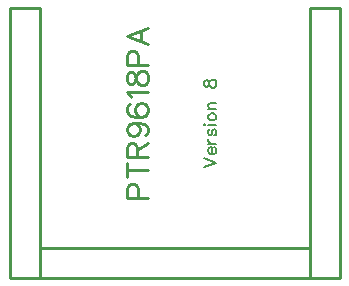
<source format=gbr>
G04 DipTrace 3.1.0.1*
G04 TopSilk.gbr*
%MOIN*%
G04 #@! TF.FileFunction,Legend,Top*
G04 #@! TF.Part,Single*
%ADD10C,0.009843*%
%ADD62C,0.010807*%
%ADD63C,0.006176*%
%FSLAX26Y26*%
G04*
G70*
G90*
G75*
G01*
G04 TopSilk*
%LPD*%
X1394882Y398819D2*
D10*
Y1298819D1*
X1494882Y398819D2*
X1394882D1*
X1494882D2*
Y1298819D1*
X1394882D1*
X494882D2*
Y398819D1*
X394882Y1298819D2*
X494882D1*
X394882D2*
Y398819D1*
X494882D1*
Y498819D2*
X1394882D1*
X494882Y398819D2*
Y498819D1*
Y398819D2*
X1394882D1*
Y498819D1*
X821822Y665367D2*
D62*
Y695544D1*
X818495Y705525D1*
X815091Y708930D1*
X808436Y712257D1*
X798377D1*
X791723Y708930D1*
X788318Y705525D1*
X784991Y695544D1*
Y665367D1*
X855327D1*
X784991Y757317D2*
X855327D1*
X784991Y733872D2*
Y780763D1*
X818495Y802378D2*
Y832477D1*
X815091Y842536D1*
X811763Y845941D1*
X805109Y849268D1*
X798377D1*
X791723Y845941D1*
X788318Y842536D1*
X784991Y832477D1*
Y802378D1*
X855327D1*
X818495Y825823D2*
X855327Y849268D1*
X808436Y914447D2*
X818495Y911042D1*
X825227Y904388D1*
X828554Y894329D1*
Y891001D1*
X825227Y880942D1*
X818495Y874288D1*
X808436Y870883D1*
X805109D1*
X795050Y874288D1*
X788395Y880942D1*
X785068Y891001D1*
Y894329D1*
X788395Y904388D1*
X795050Y911042D1*
X808436Y914447D1*
X825227D1*
X841941Y911042D1*
X852000Y904388D1*
X855327Y894329D1*
Y887674D1*
X852000Y877615D1*
X845268Y874288D1*
X795050Y976220D2*
X788395Y972893D1*
X785068Y962834D1*
Y956180D1*
X788395Y946121D1*
X798454Y939389D1*
X815168Y936062D1*
X831881D1*
X845268Y939389D1*
X852000Y946121D1*
X855327Y956180D1*
Y959507D1*
X852000Y969489D1*
X845268Y976220D1*
X835209Y979548D1*
X831881D1*
X821822Y976220D1*
X815168Y969489D1*
X811841Y959507D1*
Y956180D1*
X815168Y946121D1*
X821822Y939389D1*
X831881Y936062D1*
X798454Y1001163D2*
X795050Y1007894D1*
X785068Y1017954D1*
X855327D1*
X785068Y1056282D2*
X788395Y1046300D1*
X795050Y1042896D1*
X801782D1*
X808436Y1046300D1*
X811841Y1052955D1*
X815168Y1066341D1*
X818495Y1076400D1*
X825227Y1083055D1*
X831881Y1086382D1*
X841941D1*
X848595Y1083055D1*
X852000Y1079727D1*
X855327Y1069668D1*
Y1056282D1*
X852000Y1046300D1*
X848595Y1042896D1*
X841941Y1039568D1*
X831881D1*
X825227Y1042896D1*
X818495Y1049628D1*
X815168Y1059609D1*
X811841Y1072995D1*
X808436Y1079727D1*
X801782Y1083055D1*
X795050D1*
X788395Y1079727D1*
X785068Y1069668D1*
Y1056282D1*
X821822Y1107997D2*
Y1138174D1*
X818495Y1148156D1*
X815091Y1151560D1*
X808436Y1154887D1*
X798377D1*
X791723Y1151560D1*
X788318Y1148156D1*
X784991Y1138174D1*
Y1107997D1*
X855327D1*
Y1230125D2*
X784991Y1203275D1*
X855327Y1176502D1*
X831881Y1186561D2*
Y1220066D1*
X1042532Y767382D2*
D63*
X1082724Y782680D1*
X1042532Y797979D1*
X1067425Y810330D2*
Y833278D1*
X1063578D1*
X1059731Y831377D1*
X1057830Y829476D1*
X1055929Y825629D1*
Y819881D1*
X1057830Y816079D1*
X1061677Y812232D1*
X1067425Y810330D1*
X1071228D1*
X1076976Y812232D1*
X1080778Y816078D1*
X1082724Y819881D1*
Y825629D1*
X1080778Y829476D1*
X1076976Y833278D1*
X1055929Y845630D2*
X1082724D1*
X1067425D2*
X1061677Y847575D1*
X1057830Y851378D1*
X1055929Y855225D1*
Y860973D1*
X1061677Y894371D2*
X1057830Y892469D1*
X1055929Y886721D1*
Y880973D1*
X1057830Y875225D1*
X1061677Y873324D1*
X1065479Y875225D1*
X1067425Y879072D1*
X1069326Y888623D1*
X1071227Y892469D1*
X1075074Y894371D1*
X1076976D1*
X1080778Y892469D1*
X1082724Y886721D1*
Y880973D1*
X1080778Y875225D1*
X1076976Y873324D1*
X1042532Y906722D2*
X1044433Y908623D1*
X1042532Y910569D1*
X1040586Y908623D1*
X1042532Y906722D1*
X1055929Y908623D2*
X1082724D1*
X1055929Y932471D2*
X1057830Y928668D1*
X1061677Y924821D1*
X1067425Y922920D1*
X1071227D1*
X1076976Y924821D1*
X1080778Y928668D1*
X1082724Y932471D1*
Y938219D1*
X1080778Y942066D1*
X1076976Y945868D1*
X1071227Y947814D1*
X1067425D1*
X1061677Y945868D1*
X1057830Y942066D1*
X1055929Y938219D1*
Y932471D1*
Y960165D2*
X1082724D1*
X1063578D2*
X1057830Y965913D1*
X1055929Y969760D1*
Y975464D1*
X1057830Y979310D1*
X1063578Y981212D1*
X1082724D1*
X1042576Y1041994D2*
X1044477Y1036291D1*
X1048280Y1034345D1*
X1052126D1*
X1055929Y1036291D1*
X1057874Y1040093D1*
X1059776Y1047742D1*
X1061677Y1053490D1*
X1065524Y1057293D1*
X1069326Y1059194D1*
X1075074D1*
X1078877Y1057293D1*
X1080822Y1055392D1*
X1082724Y1049644D1*
Y1041994D1*
X1080822Y1036291D1*
X1078877Y1034345D1*
X1075074Y1032444D1*
X1069326D1*
X1065524Y1034345D1*
X1061677Y1038192D1*
X1059776Y1043896D1*
X1057874Y1051545D1*
X1055929Y1055392D1*
X1052126Y1057293D1*
X1048280D1*
X1044477Y1055392D1*
X1042576Y1049644D1*
Y1041994D1*
M02*

</source>
